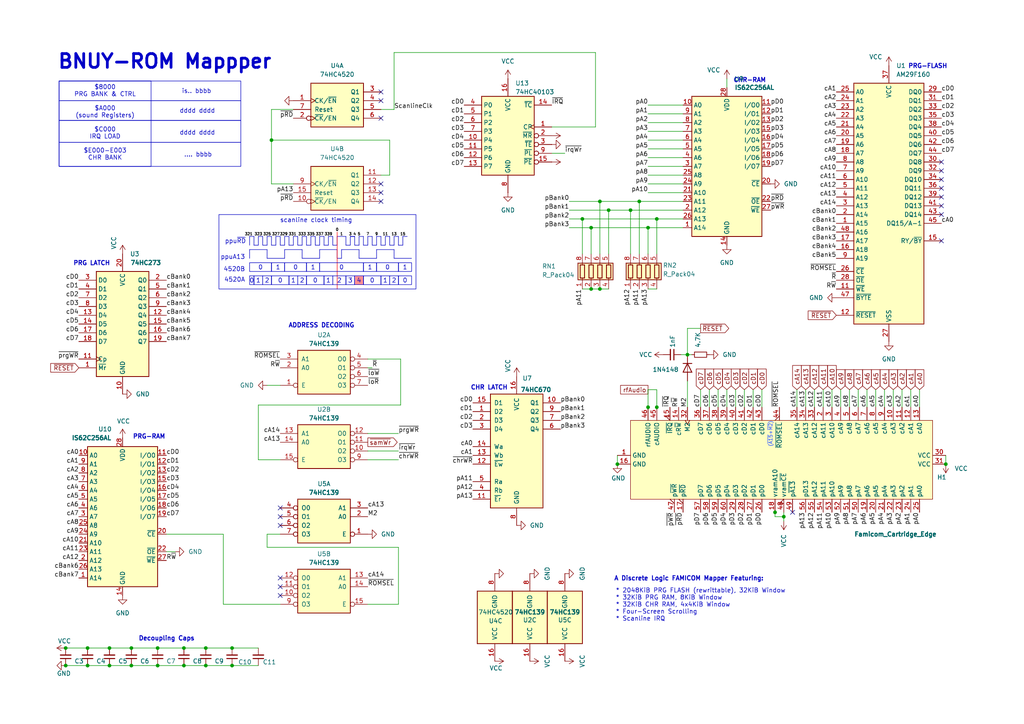
<source format=kicad_sch>
(kicad_sch (version 20250114) (generator "eeschema") (generator_version "9.0")
  (paper "A4")
  (title_block (title "BNUY-ROM Board") (date "2025-06-30") (rev "v0c"))
  (rectangle (start 17.145 34.925) (end 69.85 41.275))
  (rectangle (start 17.145 29.21) (end 69.85 34.925))
  (rectangle (start 63.5 62.23) (end 120.65 83.82))
  (rectangle (start 17.145 41.275) (end 69.85 48.26))
  (rectangle (start 17.145 23.495) (end 69.85 29.21))
  (text "3" (at 101.6 68.072 0) (effects (font (size 0.762 0.762))))
  (text "BNUY-ROM Mappper\n" (at 16.51 20.32 0) (effects (font (size 4 4) (thickness 0.8) (bold yes)) (justify left bottom)))
  (text "335" (at 90.17 68.072 0) (effects (font (size 0.762 0.762))))
  (text "321" (at 72.136 68.072 0) (effects (font (size 0.762 0.762))))
  (text "is.. bbbb" (at 52.705 27.305 0) (effects (font (size 1.27 1.27)) (justify left bottom)))
  (text "* 2048KiB PRG FLASH (rewrittable), 32KiB Window\n* 32KiB PRG RAM, 8KiB Window\n* 32KiB CHR RAM, 4x4KiB Window\n* Four-Screen Scrolling\n* Scanline IRQ" (at 178.562 180.34 0) (effects (font (size 1.27 1.27)) (justify left bottom)))
  (text "325" (at 77.47 68.072 0) (effects (font (size 0.762 0.762))))
  (text "4520B\n" (at 71.12 78.232 0) (effects (font (size 1.27 1.27)) (justify right)))
  (text "ADDRESS DECODING" (at 102.87 95.25 0) (effects (font (size 1.27 1.27) (thickness 0.254) (bold yes)) (justify right bottom)))
  (text "327" (at 80.01 68.072 0) (effects (font (size 0.762 0.762))))
  (text "15" (at 116.84 68.072 0) (effects (font (size 0.762 0.762))))
  (text "339" (at 95.25 68.072 0) (effects (font (size 0.762 0.762))))
  (text "ppuA13\n" (at 71.12 74.676 0) (effects (font (size 1.27 1.27)) (justify right)))
  (text "CHR-RAM\n" (at 222.25 24.13 0) (effects (font (size 1.27 1.27) (thickness 0.254) (bold yes)) (justify right bottom)))
  (text "dddd dddd" (at 52.07 39.37 0) (effects (font (size 1.27 1.27)) (justify left bottom)))
  (text "333" (at 87.63 68.072 0) (effects (font (size 0.762 0.762))))
  (text "337" (at 92.71 68.072 0) (effects (font (size 0.762 0.762))))
  (text ".... bbbb" (at 53.34 45.72 0) (effects (font (size 1.27 1.27)) (justify left bottom)))
  (text "4520A\n" (at 71.12 81.28 0) (effects (font (size 1.27 1.27)) (justify right)))
  (text "PRG-RAM\n" (at 48.006 127.508 0) (effects (font (size 1.27 1.27) (thickness 0.254) (bold yes)) (justify right bottom)))
  (text "4" (at 102.87 68.072 0) (effects (font (size 0.762 0.762) (thickness 0.1524) (bold yes))))
  (text "329" (at 82.296 68.072 0) (effects (font (size 0.762 0.762))))
  (text "dddd dddd" (at 52.07 33.02 0) (effects (font (size 1.27 1.27)) (justify left bottom)))
  (text "CHR LATCH" (at 147.32 113.284 0) (effects (font (size 1.27 1.27) (thickness 0.254) (bold yes)) (justify right bottom)))
  (text "13" (at 114.3 68.072 0) (effects (font (size 0.762 0.762))))
  (text "323" (at 74.93 68.072 0) (effects (font (size 0.762 0.762))))
  (text "5\n" (at 104.14 68.072 0) (effects (font (size 0.762 0.762))))
  (text "A Discrete Logic FAMICOM Mapper Featuring:\n" (at 178.054 168.656 0) (effects (font (size 1.27 1.27) (thickness 0.254) (bold yes)) (justify left bottom)))
  (text "0" (at 97.79 66.802 0) (effects (font (size 0.762 0.762))))
  (text "11" (at 111.76 68.072 0) (effects (font (size 0.762 0.762))))
  (text "Decoupling Caps" (at 56.515 186.055 0) (effects (font (size 1.27 1.27) (thickness 0.254) (bold yes)) (justify right bottom)))
  (text "PRG-FLASH\n\n" (at 274.828 22.098 0) (effects (font (size 1.27 1.27) (thickness 0.254) (bold yes)) (justify right bottom)))
  (text "1\n" (at 99.06 68.072 0) (effects (font (size 0.762 0.762))))
  (text "scanline clock timing" (at 91.694 64.008 0) (effects (font (size 1.27 1.27))))
  (text "PRG LATCH" (at 32.004 77.216 0) (effects (font (size 1.27 1.27) (thickness 0.254) (bold yes)) (justify right bottom)))
  (text "331" (at 84.836 68.072 0) (effects (font (size 0.762 0.762))))
  (text "ppu~{RD}\n" (at 71.374 70.104 0) (effects (font (size 1.27 1.27)) (justify right)))
  (text "7\n" (at 106.68 68.072 0) (effects (font (size 0.762 0.762))))
  (text "9\n" (at 109.22 68.072 0) (effects (font (size 0.762 0.762))))
  (text_box "$8000\nPRG BANK & CTRL\n\n$A000\n(sound Registers)\n\n$C000\nIRQ LOAD\n\n$E000-E003\nCHR BANK" (at 17.145 23.495 0) (size 26.67 24.765) (margins 0.9525 0.9525 0.9525 0.9525) (effects (font (size 1.27 1.27)) (justify top)))
  (text_box "1\n" (at 88.9 76.2 0) (size 3.81 2.54) (margins 0.9525 0.9525 0.9525 0.9525) (effects (font (size 1.27 1.27))))
  (text_box "2" (at 113.03 80.01 0) (size 2.54 2.54) (margins 0.9525 0.9525 0.9525 0.9525) (effects (font (size 1.27 1.27))))
  (text_box "0" (at 78.74 80.01 0) (size 5.08 2.54) (margins 0.9525 0.9525 0.9525 0.9525) (effects (font (size 1.27 1.27))))
  (text_box "0" (at 109.22 76.2 0) (size 6.35 2.54) (margins 0.9525 0.9525 0.9525 0.9525) (effects (font (size 1.27 1.27))))
  (text_box "0" (at 88.9 80.01 0) (size 5.08 2.54) (margins 0.9525 0.9525 0.9525 0.9525) (effects (font (size 1.27 1.27))))
  (text_box "1\n" (at 78.74 76.2 0) (size 3.81 2.54) (margins 0.9525 0.9525 0.9525 0.9525) (effects (font (size 1.27 1.27))))
  (text_box "1\n" (at 73.66 80.01 0) (size 2.54 2.54) (margins 0.9525 0.9525 0.9525 0.9525) (effects (font (size 1.27 1.27))))
  (text_box "4" (at 102.87 80.01 0) (size 2.54 2.54) (margins 0.9525 0.9525 0.9525 0.9525) (fill (type color) (color 255 141 141 1)) (effects (font (size 1.27 1.27))))
  (text_box "2" (at 86.36 80.01 0) (size 2.54 2.54) (margins 0.9525 0.9525 0.9525 0.9525) (effects (font (size 1.27 1.27))))
  (text_box "0" (at 72.39 76.2 0) (size 6.35 2.54) (margins 0.9525 0.9525 0.9525 0.9525) (effects (font (size 1.27 1.27))))
  (text_box "3" (at 100.33 80.01 0) (size 2.54 2.54) (margins 0.9525 0.9525 0.9525 0.9525) (effects (font (size 1.27 1.27))))
  (text_box "0" (at 72.39 80.01 0) (size 1.27 2.54) (margins 0.9525 0.9525 0.9525 0.9525) (effects (font (size 1.27 1.27))))
  (text_box "0" (at 115.57 80.01 0) (size 3.81 2.54) (margins 0.9525 0.9525 0.9525 0.9525) (effects (font (size 1.27 1.27))))
  (text_box "0" (at 92.71 76.2 0) (size 12.7 2.54) (margins 0.9525 0.9525 0.9525 0.9525) (effects (font (size 1.27 1.27))))
  (text_box "1\n" (at 83.82 80.01 0) (size 2.54 2.54) (margins 0.9525 0.9525 0.9525 0.9525) (effects (font (size 1.27 1.27))))
  (text_box "1\n" (at 93.98 80.01 0) (size 2.54 2.54) (margins 0.9525 0.9525 0.9525 0.9525) (effects (font (size 1.27 1.27))))
  (text_box "0" (at 105.41 80.01 0) (size 5.08 2.54) (margins 0.9525 0.9525 0.9525 0.9525) (effects (font (size 1.27 1.27))))
  (text_box "1\n" (at 110.49 80.01 0) (size 2.54 2.54) (margins 0.9525 0.9525 0.9525 0.9525) (effects (font (size 1.27 1.27))))
  (text_box "1\n" (at 105.41 76.2 0) (size 3.81 2.54) (margins 0.9525 0.9525 0.9525 0.9525) (effects (font (size 1.27 1.27))))
  (text_box "0" (at 82.55 76.2 0) (size 6.35 2.54) (margins 0.9525 0.9525 0.9525 0.9525) (effects (font (size 1.27 1.27))))
  (text_box "2" (at 76.2 80.01 0) (size 2.54 2.54) (margins 0.9525 0.9525 0.9525 0.9525) (effects (font (size 1.27 1.27))))
  (text_box "1\n" (at 115.57 76.2 0) (size 3.81 2.54) (margins 0.9525 0.9525 0.9525 0.9525) (effects (font (size 1.27 1.27))))
  (text_box "2" (at 96.52 80.01 0) (size 3.81 2.54) (margins 0.9525 0.9525 0.9525 0.9525) (effects (font (size 1.27 1.27))))
  (junction (at 67.31 187.96))
  (junction (at 53.34 187.96))
  (junction (at 187.96 66.04))
  (junction (at 38.1 187.96))
  (junction (at 185.42 58.42))
  (junction (at 67.31 193.04))
  (junction (at 53.34 193.04))
  (junction (at 59.69 187.96))
  (junction (at 19.05 193.04))
  (junction (at 227.33 149.86))
  (junction (at 59.69 193.04))
  (junction (at 78.74 40.64))
  (junction (at 173.99 83.82))
  (junction (at 190.5 118.11))
  (junction (at 274.32 134.62))
  (junction (at 176.53 60.96))
  (junction (at 25.4 187.96))
  (junction (at 199.39 102.87))
  (junction (at 171.45 83.82))
  (junction (at 168.91 63.5))
  (junction (at 31.75 187.96))
  (junction (at 182.88 60.96))
  (junction (at 224.79 148.59))
  (junction (at 19.05 187.96))
  (junction (at 173.99 58.42))
  (junction (at 25.4 193.04))
  (junction (at 187.96 118.11))
  (junction (at 31.75 193.04))
  (junction (at 38.1 193.04))
  (junction (at 45.72 193.04))
  (junction (at 171.45 66.04))
  (junction (at 190.5 63.5))
  (junction (at 45.72 187.96))
  (junction (at 179.07 134.62))
  (no_connect (at 81.28 152.4))
  (no_connect (at 273.05 57.15))
  (no_connect (at 273.05 49.53))
  (no_connect (at 110.49 29.21))
  (no_connect (at 229.87 148.59))
  (no_connect (at 110.49 53.34))
  (no_connect (at 273.05 46.99))
  (no_connect (at 110.49 55.88))
  (no_connect (at 110.49 58.42))
  (no_connect (at 81.28 149.86))
  (no_connect (at 81.28 172.72))
  (no_connect (at 273.05 62.23))
  (no_connect (at 273.05 52.07))
  (no_connect (at 110.49 26.67))
  (no_connect (at 81.28 170.18))
  (no_connect (at 110.49 34.29))
  (no_connect (at 81.28 147.32))
  (no_connect (at 273.05 54.61))
  (no_connect (at 273.05 69.85))
  (no_connect (at 81.28 167.64))
  (no_connect (at 273.05 59.69))
  (polyline (pts (xy 82.55 74.93) (xy 82.55 72.39)))
  (wire (pts (xy 171.45 66.04) (xy 187.96 66.04)))
  (polyline (pts (xy 115.57 68.58) (xy 115.57 71.12)))
  (wire (pts (xy 208.28 113.03) (xy 208.28 118.11)))
  (polyline (pts (xy 95.25 68.58) (xy 96.52 68.58)))
  (wire (pts (xy 115.57 175.26) (xy 106.68 175.26)))
  (polyline (pts (xy 81.28 68.58) (xy 81.28 71.12)))
  (polyline (pts (xy 72.39 68.58) (xy 73.66 68.58)))
  (polyline (pts (xy 107.95 68.58) (xy 107.95 71.12)))
  (wire (pts (xy 171.45 66.04) (xy 171.45 73.66)))
  (polyline (pts (xy 116.84 71.12) (xy 116.84 68.58)))
  (polyline (pts (xy 77.47 72.39) (xy 77.47 74.93)))
  (wire (pts (xy 165.1 58.42) (xy 173.99 58.42)))
  (polyline (pts (xy 114.3 74.93) (xy 119.38 74.93)))
  (polyline (pts (xy 96.52 68.58) (xy 96.52 71.12)))
  (polyline (pts (xy 88.9 71.12) (xy 90.17 71.12)))
  (polyline (pts (xy 101.6 68.58) (xy 102.87 68.58)))
  (wire (pts (xy 227.33 149.86) (xy 227.33 148.59)))
  (wire (pts (xy 259.08 113.03) (xy 259.08 118.11)))
  (wire (pts (xy 64.77 175.26) (xy 64.77 154.94)))
  (wire (pts (xy 114.3 31.75) (xy 110.49 31.75)))
  (wire (pts (xy 173.99 83.82) (xy 176.53 83.82)))
  (wire (pts (xy 231.14 113.03) (xy 231.14 118.11)))
  (polyline (pts (xy 82.55 71.12) (xy 82.55 68.58)))
  (wire (pts (xy 77.47 158.75) (xy 115.57 158.75)))
  (wire (pts (xy 50.8 160.02) (xy 48.26 160.02)))
  (wire (pts (xy 233.68 113.03) (xy 233.68 118.11)))
  (polyline (pts (xy 83.82 71.12) (xy 85.09 71.12)))
  (wire (pts (xy 190.5 118.745) (xy 190.5 118.11)))
  (wire (pts (xy 78.74 31.75) (xy 85.09 31.75)))
  (wire (pts (xy 227.33 149.86) (xy 224.79 149.86)))
  (wire (pts (xy 59.69 187.96) (xy 67.31 187.96)))
  (polyline (pts (xy 87.63 68.58) (xy 88.9 68.58)))
  (wire (pts (xy 115.57 125.73) (xy 106.68 125.73)))
  (wire (pts (xy 165.1 60.96) (xy 176.53 60.96)))
  (polyline (pts (xy 104.14 72.39) (xy 104.14 74.93)))
  (wire (pts (xy 31.75 193.04) (xy 38.1 193.04)))
  (wire (pts (xy 187.96 45.72) (xy 198.12 45.72)))
  (wire (pts (xy 199.39 110.49) (xy 199.39 118.11)))
  (wire (pts (xy 266.7 113.03) (xy 266.7 118.11)))
  (wire (pts (xy 185.42 58.42) (xy 198.12 58.42)))
  (wire (pts (xy 246.38 113.03) (xy 246.38 118.11)))
  (polyline (pts (xy 95.25 71.12) (xy 95.25 68.58)))
  (wire (pts (xy 236.22 113.03) (xy 236.22 118.11)))
  (wire (pts (xy 115.57 158.75) (xy 115.57 175.26)))
  (wire (pts (xy 113.03 50.8) (xy 110.49 50.8)))
  (wire (pts (xy 53.34 193.04) (xy 59.69 193.04)))
  (wire (pts (xy 187.96 30.48) (xy 198.12 30.48)))
  (polyline (pts (xy 82.55 68.58) (xy 83.82 68.58)))
  (polyline (pts (xy 113.03 68.58) (xy 113.03 71.12)))
  (wire (pts (xy 78.74 40.64) (xy 113.03 40.64)))
  (polyline (pts (xy 73.66 68.58) (xy 73.66 71.12)))
  (polyline (pts (xy 82.55 72.39) (xy 87.63 72.39)))
  (polyline (pts (xy 92.71 68.58) (xy 93.98 68.58)))
  (wire (pts (xy 38.1 187.96) (xy 45.72 187.96)))
  (polyline (pts (xy 72.39 71.12) (xy 72.39 68.58)))
  (wire (pts (xy 171.45 83.82) (xy 173.99 83.82)))
  (wire (pts (xy 172.72 15.24) (xy 172.72 36.83)))
  (polyline (pts (xy 97.79 67.31) (xy 97.79 83.82)) (stroke (width 0) (type solid) (color 255 0 0 1)))
  (wire (pts (xy 31.75 187.96) (xy 38.1 187.96)))
  (wire (pts (xy 116.205 104.14) (xy 106.68 104.14)))
  (polyline (pts (xy 85.09 68.58) (xy 86.36 68.58)))
  (polyline (pts (xy 77.47 71.12) (xy 77.47 68.58)))
  (wire (pts (xy 243.84 113.03) (xy 243.84 118.11)))
  (polyline (pts (xy 81.28 71.12) (xy 82.55 71.12)))
  (wire (pts (xy 224.79 149.86) (xy 224.79 148.59)))
  (polyline (pts (xy 115.57 71.12) (xy 116.84 71.12)))
  (polyline (pts (xy 96.52 71.12) (xy 97.79 71.12)))
  (wire (pts (xy 187.96 43.18) (xy 198.12 43.18)))
  (polyline (pts (xy 78.74 71.12) (xy 80.01 71.12)))
  (wire (pts (xy 187.96 118.745) (xy 187.96 118.11)))
  (polyline (pts (xy 74.93 71.12) (xy 74.93 68.58)))
  (polyline (pts (xy 73.66 71.12) (xy 74.93 71.12)))
  (wire (pts (xy 254 113.03) (xy 254 118.11)))
  (wire (pts (xy 220.98 113.03) (xy 220.98 118.11)))
  (wire (pts (xy 77.47 111.76) (xy 81.28 111.76)))
  (polyline (pts (xy 86.36 71.12) (xy 87.63 71.12)))
  (wire (pts (xy 19.05 193.04) (xy 25.4 193.04)))
  (wire (pts (xy 256.54 113.03) (xy 256.54 118.11)))
  (wire (pts (xy 203.2 95.25) (xy 199.39 95.25)))
  (wire (pts (xy 115.57 130.81) (xy 106.68 130.81)))
  (polyline (pts (xy 87.63 71.12) (xy 87.63 68.58)))
  (wire (pts (xy 78.74 53.34) (xy 85.09 53.34)))
  (wire (pts (xy 64.77 154.94) (xy 48.26 154.94)))
  (wire (pts (xy 168.91 63.5) (xy 190.5 63.5)))
  (wire (pts (xy 205.74 113.03) (xy 205.74 118.11)))
  (wire (pts (xy 187.96 55.88) (xy 198.12 55.88)))
  (wire (pts (xy 199.39 95.25) (xy 199.39 102.87)))
  (polyline (pts (xy 107.95 71.12) (xy 109.22 71.12)))
  (polyline (pts (xy 114.3 71.12) (xy 114.3 68.58)))
  (polyline (pts (xy 111.76 68.58) (xy 113.03 68.58)))
  (wire (pts (xy 224.79 148.59) (xy 224.79 147.955)))
  (wire (pts (xy 238.76 113.03) (xy 238.76 118.11)))
  (wire (pts (xy 261.62 113.03) (xy 261.62 118.11)))
  (polyline (pts (xy 106.68 68.58) (xy 107.95 68.58)))
  (polyline (pts (xy 91.44 68.58) (xy 91.44 71.12)))
  (polyline (pts (xy 87.63 72.39) (xy 87.63 74.93)))
  (polyline (pts (xy 99.06 72.39) (xy 104.14 72.39)))
  (wire (pts (xy 203.2 113.03) (xy 203.2 118.11)))
  (polyline (pts (xy 77.47 74.93) (xy 82.55 74.93)))
  (wire (pts (xy 227.33 151.13) (xy 227.33 149.86)))
  (polyline (pts (xy 92.71 71.12) (xy 92.71 68.58)))
  (wire (pts (xy 185.42 58.42) (xy 185.42 73.66)))
  (wire (pts (xy 187.96 35.56) (xy 198.12 35.56)))
  (wire (pts (xy 251.46 113.03) (xy 251.46 118.11)))
  (wire (pts (xy 165.1 66.04) (xy 171.45 66.04)))
  (polyline (pts (xy 90.17 68.58) (xy 91.44 68.58)))
  (polyline (pts (xy 72.39 74.93) (xy 72.39 72.39)))
  (wire (pts (xy 215.9 113.03) (xy 215.9 118.11)))
  (wire (pts (xy 176.53 60.96) (xy 176.53 73.66)))
  (wire (pts (xy 199.39 102.87) (xy 197.485 102.87)))
  (polyline (pts (xy 102.87 68.58) (xy 102.87 71.12)))
  (wire (pts (xy 187.96 113.03) (xy 190.5 113.03)))
  (wire (pts (xy 74.93 133.35) (xy 81.28 133.35)))
  (wire (pts (xy 210.82 113.03) (xy 210.82 118.11)))
  (polyline (pts (xy 88.9 68.58) (xy 88.9 71.12)))
  (wire (pts (xy 19.05 187.96) (xy 25.4 187.96)))
  (polyline (pts (xy 92.71 72.39) (xy 97.79 72.39)))
  (wire (pts (xy 77.47 154.94) (xy 81.28 154.94)))
  (wire (pts (xy 74.93 133.35) (xy 74.93 117.475)))
  (wire (pts (xy 190.5 118.11) (xy 190.5 113.03)))
  (wire (pts (xy 187.96 66.04) (xy 187.96 73.66)))
  (wire (pts (xy 74.93 117.475) (xy 116.205 117.475)))
  (wire (pts (xy 187.96 118.11) (xy 187.96 113.03)))
  (wire (pts (xy 116.205 117.475) (xy 116.205 104.14)))
  (polyline (pts (xy 100.33 71.12) (xy 101.6 71.12)))
  (polyline (pts (xy 83.82 68.58) (xy 83.82 71.12)))
  (wire (pts (xy 187.96 38.1) (xy 198.12 38.1)))
  (polyline (pts (xy 87.63 74.93) (xy 92.71 74.93)))
  (wire (pts (xy 176.53 60.96) (xy 182.88 60.96)))
  (wire (pts (xy 160.02 36.83) (xy 172.72 36.83)))
  (polyline (pts (xy 100.33 68.58) (xy 100.33 71.12)))
  (polyline (pts (xy 105.41 71.12) (xy 105.41 68.58)))
  (polyline (pts (xy 74.93 68.58) (xy 76.2 68.58)))
  (wire (pts (xy 165.1 63.5) (xy 168.91 63.5)))
  (wire (pts (xy 187.96 48.26) (xy 198.12 48.26)))
  (wire (pts (xy 114.3 15.24) (xy 172.72 15.24)))
  (polyline (pts (xy 102.87 71.12) (xy 104.14 71.12)))
  (polyline (pts (xy 114.3 68.58) (xy 115.57 68.58)))
  (polyline (pts (xy 113.03 71.12) (xy 114.3 71.12)))
  (wire (pts (xy 187.96 50.8) (xy 198.12 50.8)))
  (polyline (pts (xy 85.09 71.12) (xy 85.09 68.58)))
  (polyline (pts (xy 90.17 71.12) (xy 90.17 68.58)))
  (wire (pts (xy 248.92 113.03) (xy 248.92 118.11)))
  (wire (pts (xy 45.72 187.96) (xy 53.34 187.96)))
  (polyline (pts (xy 76.2 68.58) (xy 76.2 71.12)))
  (polyline (pts (xy 97.79 68.58) (xy 100.33 68.58)))
  (polyline (pts (xy 80.01 68.58) (xy 81.28 68.58)))
  (wire (pts (xy 173.99 58.42) (xy 173.99 73.66)))
  (wire (pts (xy 187.96 40.64) (xy 198.12 40.64)))
  (wire (pts (xy 59.69 193.04) (xy 67.31 193.04)))
  (polyline (pts (xy 104.14 74.93) (xy 109.22 74.93)))
  (wire (pts (xy 173.99 58.42) (xy 185.42 58.42)))
  (wire (pts (xy 182.88 60.96) (xy 182.88 73.66)))
  (polyline (pts (xy 97.79 74.93) (xy 99.06 74.93)))
  (wire (pts (xy 179.07 134.62) (xy 179.07 132.08)))
  (polyline (pts (xy 109.22 68.58) (xy 110.49 68.58)))
  (wire (pts (xy 187.96 53.34) (xy 198.12 53.34)))
  (polyline (pts (xy 101.6 71.12) (xy 101.6 68.58)))
  (polyline (pts (xy 92.71 74.93) (xy 92.71 72.39)))
  (polyline (pts (xy 105.41 68.58) (xy 104.14 68.58)))
  (wire (pts (xy 78.74 40.64) (xy 78.74 31.75)))
  (polyline (pts (xy 93.98 71.12) (xy 95.25 71.12)))
  (polyline (pts (xy 109.22 74.93) (xy 109.22 72.39)))
  (wire (pts (xy 187.96 33.02) (xy 198.12 33.02)))
  (polyline (pts (xy 114.3 72.39) (xy 114.3 74.93)))
  (polyline (pts (xy 97.79 72.39) (xy 97.79 74.93)))
  (wire (pts (xy 264.16 113.03) (xy 264.16 118.11)))
  (wire (pts (xy 200.66 102.87) (xy 199.39 102.87)))
  (polyline (pts (xy 78.74 68.58) (xy 78.74 71.12)))
  (wire (pts (xy 38.1 193.04) (xy 45.72 193.04)))
  (polyline (pts (xy 110.49 68.58) (xy 110.49 71.12)))
  (wire (pts (xy 274.32 132.08) (xy 274.32 134.62)))
  (wire (pts (xy 163.83 44.45) (xy 160.02 44.45)))
  (polyline (pts (xy 80.01 71.12) (xy 80.01 68.58)))
  (wire (pts (xy 45.72 193.04) (xy 53.34 193.04)))
  (wire (pts (xy 25.4 187.96) (xy 31.75 187.96)))
  (wire (pts (xy 113.03 50.8) (xy 113.03 40.64)))
  (wire (pts (xy 53.34 187.96) (xy 59.69 187.96)))
  (wire (pts (xy 190.5 63.5) (xy 198.12 63.5)))
  (wire (pts (xy 187.96 83.82) (xy 190.5 83.82)))
  (polyline (pts (xy 109.22 72.39) (xy 114.3 72.39)))
  (wire (pts (xy 78.74 40.64) (xy 78.74 53.34)))
  (wire (pts (xy 67.31 187.96) (xy 74.93 187.96)))
  (polyline (pts (xy 86.36 68.58) (xy 86.36 71.12)))
  (wire (pts (xy 114.3 31.75) (xy 114.3 15.24)))
  (polyline (pts (xy 93.98 68.58) (xy 93.98 71.12)))
  (polyline (pts (xy 77.47 68.58) (xy 78.74 68.58)))
  (wire (pts (xy 115.57 133.35) (xy 106.68 133.35)))
  (polyline (pts (xy 91.44 71.12) (xy 92.71 71.12)))
  (wire (pts (xy 77.47 154.94) (xy 77.47 158.75)))
  (wire (pts (xy 168.91 63.5) (xy 168.91 73.66)))
  (wire (pts (xy 81.28 175.26) (xy 64.77 175.26)))
  (polyline (pts (xy 109.22 71.12) (xy 109.22 68.58)))
  (wire (pts (xy 25.4 193.04) (xy 31.75 193.04)))
  (polyline (pts (xy 97.79 68.58) (xy 97.79 71.12)))
  (polyline (pts (xy 111.76 71.12) (xy 111.76 68.58)))
  (wire (pts (xy 107.95 106.68) (xy 106.68 106.68)))
  (wire (pts (xy 213.36 113.03) (xy 213.36 118.11)))
  (polyline (pts (xy 101.6 68.58) (xy 102.87 68.58)))
  (wire (pts (xy 67.31 193.04) (xy 74.93 193.04)))
  (polyline (pts (xy 104.14 71.12) (xy 104.14 68.58)))
  (polyline (pts (xy 105.41 71.12) (xy 106.68 71.12)))
  (polyline (pts (xy 110.49 71.12) (xy 111.76 71.12)))
  (polyline (pts (xy 99.06 74.93) (xy 99.06 72.39)))
  (polyline (pts (xy 76.2 71.12) (xy 77.47 71.12)))
  (wire (pts (xy 187.96 66.04) (xy 198.12 66.04)))
  (wire (pts (xy 168.91 83.82) (xy 171.45 83.82)))
  (polyline (pts (xy 72.39 72.39) (xy 77.47 72.39)))
  (polyline (pts (xy 116.84 68.58) (xy 118.11 68.58)))
  (wire (pts (xy 218.44 113.03) (xy 218.44 118.11)))
  (wire (pts (xy 241.3 113.03) (xy 241.3 118.11)))
  (wire (pts (xy 182.88 60.96) (xy 198.12 60.96)))
  (wire (pts (xy 190.5 63.5) (xy 190.5 73.66)))
  (polyline (pts (xy 106.68 71.12) (xy 106.68 68.58)))
  (wire (pts (xy 210.82 22.86) (xy 210.82 25.4)))
  (label "cD3" (at 48.26 139.7 0))
  (label "cA1" (at 22.86 134.62 180))
  (label "pD3" (at 223.52 38.1 0))
  (label "cA0" (at 137.16 129.54 180))
  (label "cD3" (at 22.86 88.9 180))
  (label "cD1" (at 137.16 119.38 180))
  (label "~{chrWR}" (at 137.16 134.62 180))
  (label "cD6" (at 22.86 96.52 180))
  (label "cA10" (at 22.86 157.48 180))
  (label "cD7" (at 22.86 99.06 180))
  (label "cA8" (at 242.57 44.45 180))
  (label "cD7" (at 134.62 48.26 180))
  (label "M2" (at 199.39 118.11 90))
  (label "cD4" (at 134.62 40.64 180))
  (label "pBank1" (at 162.56 119.38 0))
  (label "cA7" (at 248.92 118.11 90))
  (label "cA9" (at 242.57 46.99 180))
  (label "~{loW}" (at 106.68 109.22 0))
  (label "pD0" (at 220.98 148.59 270))
  (label "~{irqWr}" (at 115.57 130.81 0))
  (label "pD5" (at 223.52 43.18 0))
  (label "cA14" (at 81.28 125.73 180))
  (label "pA12" (at 182.88 83.82 270))
  (label "~{ROMSEL}" (at 226.06 118.11 90))
  (label "cA4" (at 22.86 142.24 180))
  (label "cA6" (at 22.86 147.32 180))
  (label "pA8" (at 246.38 148.59 270))
  (label "cD2" (at 48.26 137.16 0))
  (label "cBank1" (at 48.26 83.82 0))
  (label "cBank6" (at 48.26 96.52 0))
  (label "pA7" (at 248.92 148.59 270))
  (label "~{chrWR}" (at 115.57 133.35 0))
  (label "cA4" (at 242.57 34.29 180))
  (label "cD4" (at 48.26 142.24 0))
  (label "pBank0" (at 165.1 58.42 180))
  (label "cA8" (at 246.38 118.11 90))
  (label "cA7" (at 242.57 41.91 180))
  (label "cD5" (at 48.26 144.78 0))
  (label "cD5" (at 22.86 93.98 180))
  (label "pA1" (at 264.16 148.59 270))
  (label "pBank3" (at 162.56 124.46 0))
  (label "~{pRD}" (at 198.12 148.59 270))
  (label "cA14" (at 106.68 167.64 0))
  (label "cD2" (at 273.05 31.75 0))
  (label "cD5" (at 208.28 118.11 90))
  (label "cA5" (at 242.57 36.83 180))
  (label "cD7" (at 273.05 44.45 0))
  (label "cA10" (at 241.3 118.11 90))
  (label "~{ROMSEL}" (at 81.28 104.14 180))
  (label "~{IRQ}" (at 160.02 30.48 0))
  (label "pA9" (at 243.84 148.59 270))
  (label "~{prgWR}" (at 115.57 125.73 0))
  (label "cBank4" (at 242.57 72.39 180))
  (label "~{R}" (at 107.95 106.68 0))
  (label "cA2" (at 261.62 118.11 90))
  (label "pA1" (at 187.96 33.02 180))
  (label "pD7" (at 223.52 48.26 0))
  (label "cA13" (at 242.57 57.15 180))
  (label "cA3" (at 259.08 118.11 90))
  (label "pA2" (at 187.96 35.56 180))
  (label "~{irqWr}" (at 163.83 44.45 0))
  (label "~{pWR}" (at 223.52 60.96 0))
  (label "cD1" (at 218.44 118.11 90))
  (label "pBank3" (at 165.1 66.04 180))
  (label "cBank7" (at 22.86 167.64 180))
  (label "~{ROMSEL}" (at 242.57 78.74 180))
  (label "cA0" (at 266.7 118.11 90))
  (label "~{IRQ}" (at 194.31 118.11 90))
  (label "cA5" (at 254 118.11 90))
  (label "~{pRD}" (at 223.52 58.42 0))
  (label "pD1" (at 218.44 148.59 270))
  (label "cD6" (at 205.74 118.11 90))
  (label "cD6" (at 273.05 41.91 0))
  (label "cA14" (at 231.14 118.11 90))
  (label "pA13" (at 85.09 55.88 180))
  (label "cA12" (at 22.86 162.56 180))
  (label "pA3" (at 187.96 38.1 180))
  (label "M2" (at 106.68 149.86 0))
  (label "pA13" (at 187.96 83.82 270))
  (label "cD2" (at 22.86 86.36 180))
  (label "~{R}" (at 242.57 81.28 180))
  (label "cA7" (at 22.86 149.86 180))
  (label "cD0" (at 134.62 30.48 180))
  (label "~{pWR}" (at 195.58 148.59 270))
  (label "pA12" (at 137.16 142.24 180))
  (label "pA4" (at 187.96 40.64 180))
  (label "cA9" (at 22.86 154.94 180))
  (label "pD6" (at 205.74 148.59 270))
  (label "pA10" (at 241.3 148.59 270))
  (label "cD7" (at 48.26 149.86 0))
  (label "cD3" (at 134.62 38.1 180))
  (label "cA2" (at 242.57 29.21 180))
  (label "pA5" (at 254 148.59 270))
  (label "cD0" (at 48.26 132.08 0))
  (label "cA1" (at 137.16 132.08 180))
  (label "cBank3" (at 242.57 69.85 180))
  (label "cD1" (at 273.05 29.21 0))
  (label "cD3" (at 213.36 118.11 90))
  (label "pD0" (at 223.52 30.48 0))
  (label "cD4" (at 273.05 36.83 0))
  (label "pBank0" (at 162.56 116.84 0))
  (label "cA3" (at 242.57 31.75 180))
  (label "cBank2" (at 242.57 67.31 180))
  (label "ScanlineClk" (at 114.3 31.75 0))
  (label "pBank1" (at 165.1 60.96 180))
  (label "cD3" (at 137.16 124.46 180))
  (label "cA14" (at 242.57 59.69 180))
  (label "cD3" (at 273.05 34.29 0))
  (label "cA2" (at 22.86 137.16 180))
  (label "pBank2" (at 165.1 63.5 180))
  (label "cD0" (at 273.05 26.67 0))
  (label "R~{W}" (at 242.57 83.82 180))
  (label "pA2" (at 261.62 148.59 270))
  (label "cD6" (at 48.26 147.32 0))
  (label "cD2" (at 134.62 35.56 180))
  (label "pD4" (at 223.52 40.64 0))
  (label "pA0" (at 266.7 148.59 270))
  (label "pA10" (at 187.96 55.88 180))
  (label "cBank0" (at 242.57 62.23 180))
  (label "~{ROMSEL}" (at 106.68 170.18 0))
  (label "pA4" (at 256.54 148.59 270))
  (label "pA7" (at 187.96 48.26 180))
  (label "~{loR}" (at 106.68 111.76 0))
  (label "cBank3" (at 48.26 88.9 0))
  (label "R~{W}" (at 196.85 118.11 90))
  (label "~{pRD}" (at 85.09 34.29 180))
  (label "cA5" (at 22.86 144.78 180))
  (label "cBank4" (at 48.26 91.44 0))
  (label "pA9" (at 187.96 53.34 180))
  (label "cA12" (at 236.22 118.11 90))
  (label "pD5" (at 208.28 148.59 270))
  (label "cA6" (at 242.57 39.37 180))
  (label "pA13" (at 137.16 144.78 180))
  (label "pD2" (at 223.52 35.56 0))
  (label "cA12" (at 242.57 54.61 180))
  (label "cA3" (at 22.86 139.7 180))
  (label "cA13" (at 106.68 147.32 0))
  (label "pA0" (at 187.96 30.48 180))
  (label "pA12" (at 236.22 148.59 270))
  (label "pA3" (at 259.08 148.59 270))
  (label "cD0" (at 220.98 118.11 90))
  (label "cD1" (at 48.26 134.62 0))
  (label "cA8" (at 22.86 152.4 180))
  (label "pA5" (at 187.96 43.18 180))
  (label "pA11" (at 238.76 148.59 270))
  (label "cA4" (at 256.54 118.11 90))
  (label "cBank1" (at 242.57 64.77 180))
  (label "cA11" (at 22.86 160.02 180))
  (label "cD2" (at 215.9 118.11 90))
  (label "pD3" (at 213.36 148.59 270))
  (label "cD4" (at 210.82 118.11 90))
  (label "pBank2" (at 162.56 121.92 0))
  (label "cD1" (at 134.62 33.02 180))
  (label "cBank5" (at 48.26 93.98 0))
  (label "pD7" (at 203.2 148.59 270))
  (label "pA11" (at 185.42 83.82 270))
  (label "cA1" (at 264.16 118.11 90))
  (label "pD4" (at 210.82 148.59 270))
  (label "cA6" (at 251.46 118.11 90))
  (label "cD2" (at 137.16 121.92 180))
  (label "cD0" (at 137.16 116.84 180))
  (label "cA11" (at 242.57 52.07 180))
  (label "cBank0" (at 48.26 81.28 0))
  (label "cA1" (at 242.57 26.67 180))
  (label "cD6" (at 134.62 45.72 180))
  (label "R~{W}" (at 48.26 162.56 0))
  (label "cA10" (at 242.57 49.53 180))
  (label "pA8" (at 187.96 50.8 180))
  (label "cD0" (at 22.86 81.28 180))
  (label "cBank7" (at 48.26 99.06 0))
  (label "pA11" (at 137.16 139.7 180))
  (label "~{prgWR}" (at 22.86 104.14 180))
  (label "~{pRD}" (at 85.09 58.42 180))
  (label "pA6" (at 187.96 45.72 180))
  (label "R~{W}" (at 81.28 106.68 180))
  (label "pD6" (at 223.52 45.72 0))
  (label "cA11" (at 238.76 118.11 90))
  (label "cD1" (at 22.86 83.82 180))
  (label "cBank5" (at 242.57 74.93 180))
  (label "cD7" (at 203.2 118.11 90))
  (label "cA0" (at 273.05 64.77 0))
  (label "cBank6" (at 22.86 165.1 180))
  (label "cBank2" (at 48.26 86.36 0))
  (label "pA13" (at 233.68 148.59 270))
  (label "cD5" (at 134.62 43.18 180))
  (label "cA13" (at 81.28 128.27 180))
  (label "cD5" (at 273.05 39.37 0))
  (label "cA0" (at 22.86 132.08 180))
  (label "pA11" (at 168.91 83.82 270))
  (label "pA6" (at 251.46 148.59 270))
  (label "cA9" (at 243.84 118.11 90))
  (label "pD1" (at 223.52 33.02 0))
  (label "cD4" (at 22.86 91.44 180))
  (label "cA13" (at 233.68 118.11 90))
  (label "pD2" (at 215.9 148.59 270))
  (global_label "cA4" (shape input) (at 256.54 113.03 90) (property "Intersheetrefs" "${INTERSHEET_REFS}" (effects (hide yes))))
  (global_label "cA0" (shape input) (at 266.7 113.03 90) (property "Intersheetrefs" "${INTERSHEET_REFS}" (effects (hide yes))))
  (global_label "~{RESET}" (shape output) (at 203.2 95.25 0) (property "Intersheetrefs" "${INTERSHEET_REFS}" (effects (hide yes))))
  (global_label "cA1" (shape input) (at 264.16 113.03 90) (property "Intersheetrefs" "${INTERSHEET_REFS}" (effects (hide yes))))
  (global_label "~{samWr}" (shape output) (at 106.68 128.27 0) (property "Intersheetrefs" "${INTERSHEET_REFS}" (effects (hide yes))))
  (global_label "cA5" (shape input) (at 254 113.03 90) (property "Intersheetrefs" "${INTERSHEET_REFS}" (effects (hide yes))))
  (global_label "cA9" (shape input) (at 243.84 113.03 90) (property "Intersheetrefs" "${INTERSHEET_REFS}" (effects (hide yes))))
  (global_label "cD1" (shape input) (at 218.44 113.03 90) (property "Intersheetrefs" "${INTERSHEET_REFS}" (effects (hide yes))))
  (global_label "cA2" (shape input) (at 261.62 113.03 90) (property "Intersheetrefs" "${INTERSHEET_REFS}" (effects (hide yes))))
  (global_label "~{RESET}" (shape input) (at 22.86 106.68 180) (property "Intersheetrefs" "${INTERSHEET_REFS}" (effects (hide yes))))
  (global_label "cA8" (shape input) (at 246.38 113.03 90) (property "Intersheetrefs" "${INTERSHEET_REFS}" (effects (hide yes))))
  (global_label "cA10" (shape input) (at 241.3 113.03 90) (property "Intersheetrefs" "${INTERSHEET_REFS}" (effects (hide yes))))
  (global_label "cA6" (shape input) (at 251.46 113.03 90) (property "Intersheetrefs" "${INTERSHEET_REFS}" (effects (hide yes))))
  (global_label "cD0" (shape input) (at 220.98 113.03 90) (property "Intersheetrefs" "${INTERSHEET_REFS}" (effects (hide yes))))
  (global_label "cA13" (shape input) (at 233.68 113.03 90) (property "Intersheetrefs" "${INTERSHEET_REFS}" (effects (hide yes))))
  (global_label "cD5" (shape input) (at 208.28 113.03 90) (property "Intersheetrefs" "${INTERSHEET_REFS}" (effects (hide yes))))
  (global_label "rfAudio" (shape passive) (at 187.96 113.03 180) (property "Intersheetrefs" "${INTERSHEET_REFS}" (effects (hide yes))))
  (global_label "~{RESET}" (shape input) (at 242.57 91.44 180) (property "Intersheetrefs" "${INTERSHEET_REFS}" (effects (hide yes))))
  (global_label "cA11" (shape input) (at 238.76 113.03 90) (property "Intersheetrefs" "${INTERSHEET_REFS}" (effects (hide yes))))
  (global_label "cA12" (shape input) (at 236.22 113.03 90) (property "Intersheetrefs" "${INTERSHEET_REFS}" (effects (hide yes))))
  (global_label "cD7" (shape input) (at 203.2 113.03 90) (property "Intersheetrefs" "${INTERSHEET_REFS}" (effects (hide yes))))
  (global_label "cD6" (shape input) (at 205.74 113.03 90) (property "Intersheetrefs" "${INTERSHEET_REFS}" (effects (hide yes))))
  (global_label "cD4" (shape input) (at 210.82 113.03 90) (property "Intersheetrefs" "${INTERSHEET_REFS}" (effects (hide yes))))
  (global_label "cD2" (shape input) (at 215.9 113.03 90) (property "Intersheetrefs" "${INTERSHEET_REFS}" (effects (hide yes))))
  (global_label "cD3" (shape input) (at 213.36 113.03 90) (property "Intersheetrefs" "${INTERSHEET_REFS}" (effects (hide yes))))
  (global_label "cA3" (shape input) (at 259.08 113.03 90) (property "Intersheetrefs" "${INTERSHEET_REFS}" (effects (hide yes))))
  (global_label "cA7" (shape input) (at 248.92 113.03 90) (property "Intersheetrefs" "${INTERSHEET_REFS}" (effects (hide yes))))
  (global_label "cA14" (shape input) (at 231.14 113.03 90) (property "Intersheetrefs" "${INTERSHEET_REFS}" (effects (hide yes))))
  (symbol (lib_name "4520_2") (lib_id "4xxx:4520") (at 97.79 53.34 0) (unit 2)
    (property "Reference" "U4" (at 97.79 43.18 0))
    (property "Value" "74HC4520" (at 97.79 45.72 0))
    (property "Footprint" "Package_SO:SOIC-16_3.9x9.9mm_P1.27mm" (effects (hide yes)))
    (property "Datasheet" "http://www.intersil.com/content/dam/Intersil/documents/cd45/cd4518bms-20bms.pdf" (effects (hide yes)))
    (property "Description" "Dual Binary Up-Counter" (effects (hide yes)))
  )
  (symbol (lib_id "Memory_Flash:AM29F400Bx-xxEx") (at 257.81 57.15 0) (unit 1)
    (property "Reference" "U1" (at 259.9533 19.05 0) (effects (justify left)))
    (property "Value" "AM29F160" (at 259.9533 21.59 0) (effects (justify left)))
    (property "Footprint" "Package_SO:TSOP-I-48_18.4x12mm_P0.5mm" (effects (hide yes)))
    (property "Datasheet" "https://www.mouser.com/datasheet/2/380/AM29F400B_EOL_21505e8-9219.pdf" (effects (hide yes)))
    (property "Description" "4-Mbit (512k x 8-bit / 256k x 16-bit) CMOS 5.0 Volt-only Boot Sector Flash Memory, TSOP-48" (effects (hide yes)))
  )
  (symbol (lib_id "power:GND") (at 205.74 102.87 90) (unit 1)
    (property "Reference" "#PWR045" (effects (hide yes)))
    (property "Value" "GND" (at 209.55 102.87 90) (effects (justify right)))
  )
  (symbol (lib_id "Device:C_Small") (at 53.34 190.5 0) (mirror x) (unit 1)
    (property "Reference" "C8" (at 55.88 191.7637 0) (effects (justify left)))
    (property "Value" "C_Small" (effects (hide yes)))
    (property "Footprint" "Capacitor_SMD:C_0603_1608Metric_Pad1.08x0.95mm_HandSolder" (effects (hide yes)))
  )
  (symbol (lib_id "74xx:74LS139") (at 93.98 128.27 0) (unit 2)
    (property "Reference" "U2" (at 93.98 118.745 0))
    (property "Value" "74HC139" (at 93.98 121.285 0) (effects (font (thickness 0.254) (bold yes))))
    (property "Footprint" "Package_SO:SOIC-16_3.9x9.9mm_P1.27mm" (effects (hide yes)))
    (property "Datasheet" "http://www.ti.com/lit/ds/symlink/sn74ls139a.pdf" (effects (hide yes)))
  )
  (symbol (lib_id "74xx:74LS139") (at 93.98 170.18 0) (mirror y) (unit 2)
    (property "Reference" "U5" (at 93.98 160.655 0))
    (property "Value" "74HC139" (at 93.98 163.195 0) (effects (font (thickness 0.254) (bold yes))))
    (property "Footprint" "Package_SO:SOIC-16_3.9x9.9mm_P1.27mm" (effects (hide yes)))
    (property "Datasheet" "http://www.ti.com/lit/ds/symlink/sn74ls139a.pdf" (effects (hide yes)))
  )
  (symbol (lib_id "power:GND") (at 257.81 99.06 0) (unit 1)
    (property "Reference" "#PWR030" (effects (hide yes)))
    (property "Value" "GND" (at 257.81 104.14 0))
  )
  (symbol (lib_id "power:VCC") (at 143.51 191.77 270) (mirror x) (unit 1)
    (property "Reference" "#PWR055" (effects (hide yes)))
    (property "Value" "VCC" (at 145.796 193.802 90) (effects (justify right)))
  )
  (symbol (lib_name "GND_1") (lib_id "power:GND") (at 242.57 86.36 270) (unit 1)
    (property "Reference" "#PWR013" (effects (hide yes)))
    (property "Value" "GND" (at 238.76 86.3599 90) (effects (justify right)))
    (property "Description" "Power symbol creates a global label with name \"GND\" , ground" (effects (hide yes)))
  )
  (symbol (lib_id "power:VCC") (at 35.56 127 0) (unit 1)
    (property "Reference" "#PWR024" (effects (hide yes)))
    (property "Value" "VCC" (at 35.814 122.174 0))
  )
  (symbol (lib_id "power:GND") (at 106.68 154.94 90) (unit 1)
    (property "Reference" "#PWR032" (effects (hide yes)))
    (property "Value" "GND" (at 110.49 154.9399 90) (effects (justify right)))
  )
  (symbol (lib_id "Device:C_Small") (at 19.05 190.5 0) (mirror x) (unit 1)
    (property "Reference" "C3" (at 21.59 191.7637 0) (effects (justify left)))
    (property "Value" "C_Small" (effects (hide yes)))
    (property "Footprint" "Capacitor_SMD:C_0603_1608Metric_Pad1.08x0.95mm_HandSolder" (effects (hide yes)))
  )
  (symbol (lib_id "power:GND") (at 153.67 166.37 90) (unit 1)
    (property "Reference" "#PWR03" (effects (hide yes)))
    (property "Value" "GND" (at 158.75 166.37 0))
  )
  (symbol (lib_id "power:GND") (at 35.56 172.72 0) (unit 1)
    (property "Reference" "#PWR028" (effects (hide yes)))
    (property "Value" "GND" (at 35.56 177.8 0))
  )
  (symbol (lib_id "power:GND") (at 210.82 71.12 0) (unit 1)
    (property "Reference" "#PWR018" (effects (hide yes)))
    (property "Value" "GND" (at 210.82 76.2 0))
  )
  (symbol (lib_id "Device:C_Small") (at 45.72 190.5 0) (mirror x) (unit 1)
    (property "Reference" "C7" (at 48.26 191.7637 0) (effects (justify left)))
    (property "Value" "C_Small" (effects (hide yes)))
    (property "Footprint" "Capacitor_SMD:C_0603_1608Metric_Pad1.08x0.95mm_HandSolder" (effects (hide yes)))
  )
  (symbol (lib_id "Memory_RAM:IS62C256AL") (at 210.82 48.26 0) (unit 1)
    (property "Reference" "U9" (at 212.9633 22.86 0) (effects (justify left)))
    (property "Value" "IS62C256AL" (at 212.9633 25.4 0) (effects (font (thickness 0.254) (bold yes)) (justify left)))
    (property "Footprint" "Footprint:TSOP-I-28_11.8x8mm_P0.55mm_MiddlePin" (effects (hide yes)))
    (property "Datasheet" "https://www.issi.com/WW/pdf/62-65C256AL.pdf" (effects (hide yes)))
    (property "Description" "32Kx8 bit Low Power CMOS Static RAM, 25/45ns" (effects (hide yes)))
  )
  (symbol (lib_id "74xx:74LS139") (at 93.98 149.86 0) (mirror y) (unit 1)
    (property "Reference" "U5" (at 93.98 140.335 0))
    (property "Value" "74HC139" (at 93.98 142.875 0) (effects (font (thickness 0.254) (bold yes))))
    (property "Footprint" "Package_SO:SOIC-16_3.9x9.9mm_P1.27mm" (effects (hide yes)))
    (property "Datasheet" "http://www.ti.com/lit/ds/symlink/sn74ls139a.pdf" (effects (hide yes)))
  )
  (symbol (lib_name "GND_2") (lib_id "power:GND") (at 85.09 29.21 270) (unit 1)
    (property "Reference" "#PWR053" (effects (hide yes)))
    (property "Value" "GND" (effects (hide yes)))
    (property "Description" "Power symbol creates a global label with name \"GND\" , ground" (effects (hide yes)))
  )
  (symbol (lib_id "Device:C_Small") (at 59.69 190.5 0) (mirror x) (unit 1)
    (property "Reference" "C9" (at 62.23 191.7637 0) (effects (justify left)))
    (property "Value" "C_Small" (effects (hide yes)))
    (property "Footprint" "Capacitor_SMD:C_0603_1608Metric_Pad1.08x0.95mm_HandSolder" (effects (hide yes)))
  )
  (symbol (lib_id "Memory_RAM:IS62C256AL") (at 35.56 149.86 0) (unit 1)
    (property "Reference" "U10" (at 32.4419 124.46 0) (effects (justify right)))
    (property "Value" "IS62C256AL" (at 32.4419 127 0) (effects (font (thickness 0.254) (bold yes)) (justify right)))
    (property "Footprint" "Footprint:TSOP-I-28_11.8x8mm_P0.55mm_MiddlePin" (effects (hide yes)))
    (property "Datasheet" "https://www.issi.com/WW/pdf/62-65C256AL.pdf" (effects (hide yes)))
    (property "Description" "32Kx8 bit Low Power CMOS Static RAM, 25/45ns" (effects (hide yes)))
  )
  (symbol (lib_name "4520_1") (lib_id "4xxx:4520") (at 97.79 29.21 0) (unit 1)
    (property "Reference" "U4" (at 97.79 19.05 0))
    (property "Value" "74HC4520" (at 97.79 21.59 0))
    (property "Footprint" "Package_SO:SOIC-16_3.9x9.9mm_P1.27mm" (effects (hide yes)))
    (property "Datasheet" "http://www.intersil.com/content/dam/Intersil/documents/cd45/cd4518bms-20bms.pdf" (effects (hide yes)))
    (property "Description" "Dual Binary Up-Counter" (effects (hide yes)))
  )
  (symbol (lib_id "power:GND") (at 77.47 111.76 270) (unit 1)
    (property "Reference" "#PWR04" (effects (hide yes)))
    (property "Value" "GND" (at 73.66 111.76 90) (effects (justify right)))
  )
  (symbol (lib_id "74xx:74LS139") (at 163.83 179.07 180) (unit 3)
    (property "Reference" "U5" (at 163.83 179.832 0))
    (property "Value" "74HC139" (at 163.83 177.546 0) (effects (font (thickness 0.254) (bold yes))))
    (property "Footprint" "Package_SO:SOIC-16_3.9x9.9mm_P1.27mm" (effects (hide yes)))
    (property "Datasheet" "http://www.ti.com/lit/ds/symlink/sn74ls139a.pdf" (effects (hide yes)))
  )
  (symbol (lib_id "Famicom:Famicom_Cartridge_Edge") (at 179.07 116.84 270) (unit 1)
    (property "Reference" "H1" (at 271.78 138.43 90) (effects (justify left)))
    (property "Value" "Famicom_Cartridge_Edge" (at 247.65 154.94 90) (effects (font (thickness 0.254) (bold yes)) (justify left)))
    (property "Footprint" "famicom:Famicom Cartridge Edge Connector (long legs)" (effects (hide yes)))
  )
  (symbol (lib_id "power:VCC") (at 149.86 109.22 0) (unit 1)
    (property "Reference" "#PWR010" (effects (hide yes)))
    (property "Value" "VCC" (at 147.32 104.14 90) (effects (justify right)))
  )
  (symbol (lib_name "VCC_2") (lib_id "power:VCC") (at 160.02 39.37 270) (unit 1)
    (property "Reference" "#PWR022" (effects (hide yes)))
    (property "Value" "VCC" (effects (hide yes)))
    (property "Description" "Power symbol creates a global label with name \"VCC\"" (effects (hide yes)))
  )
  (symbol (lib_id "Device:C_Small") (at 31.75 190.5 0) (mirror x) (unit 1)
    (property "Reference" "C5" (at 34.29 191.7637 0) (effects (justify left)))
    (property "Value" "C_Small" (effects (hide yes)))
    (property "Footprint" "Capacitor_SMD:C_0603_1608Metric_Pad1.08x0.95mm_HandSolder" (effects (hide yes)))
  )
  (symbol (lib_id "power:VCC") (at 153.67 191.77 270) (unit 1)
    (property "Reference" "#PWR05" (effects (hide yes)))
    (property "Value" "VCC" (at 158.75 191.77 0))
  )
  (symbol (lib_id "power:VCC") (at 19.05 187.96 90) (mirror x) (unit 1)
    (property "Reference" "#PWR040" (effects (hide yes)))
    (property "Value" "VCC" (at 16.764 185.928 90) (effects (justify right)))
  )
  (symbol (lib_id "power:VCC") (at 274.32 134.62 180) (unit 1)
    (property "Reference" "#PWR02" (effects (hide yes)))
    (property "Value" "VCC" (at 276.86 135.8899 0) (effects (justify right)))
  )
  (symbol (lib_id "power:GND") (at 179.07 134.62 0) (unit 1)
    (property "Reference" "#PWR01" (effects (hide yes)))
    (property "Value" "GND" (at 177.292 138.684 0) (effects (justify left)))
  )
  (symbol (lib_id "Device:C_Small") (at 25.4 190.5 0) (mirror x) (unit 1)
    (property "Reference" "C4" (at 27.94 191.7637 0) (effects (justify left)))
    (property "Value" "C_Small" (effects (hide yes)))
    (property "Footprint" "Capacitor_SMD:C_0603_1608Metric_Pad1.08x0.95mm_HandSolder" (effects (hide yes)))
  )
  (symbol (lib_id "power:GND") (at 35.56 114.3 90) (unit 1)
    (property "Reference" "#PWR027" (effects (hide yes)))
    (property "Value" "GND" (at 39.37 114.2999 90) (effects (justify right)))
  )
  (symbol (lib_id "power:VCC") (at 35.56 73.66 0) (unit 1)
    (property "Reference" "#PWR026" (effects (hide yes)))
    (property "Value" "VCC" (at 33.02 72.39 90) (effects (justify left)))
  )
  (symbol (lib_id "power:GND") (at 19.05 193.04 270) (mirror x) (unit 1)
    (property "Reference" "#PWR039" (effects (hide yes)))
    (property "Value" "GND" (at 20.574 195.326 90) (effects (justify right)))
  )
  (symbol (lib_id "74xxEX:74HC40103") (at 147.32 39.37 0) (unit 1)
    (property "Reference" "U13" (at 149.4633 24.13 0) (effects (justify left)))
    (property "Value" "74HC40103" (at 149.4633 26.67 0) (effects (justify left)))
    (property "Footprint" "Package_SO:SOIC-16_3.9x9.9mm_P1.27mm" (effects (hide yes)))
    (property "Datasheet" "https://www.ti.com/lit/ds/symlink/cd74hc40103.pdf" (effects (hide yes)))
    (property "Description" "8-Stage Synchronous Down Counter" (effects (hide yes)))
  )
  (symbol (lib_id "Device:C_Small") (at 74.93 190.5 0) (mirror x) (unit 1)
    (property "Reference" "C11" (at 76.2 192.024 0) (effects (justify left)))
    (property "Value" "C_Small" (effects (hide yes)))
    (property "Footprint" "Capacitor_SMD:C_0603_1608Metric_Pad1.08x0.95mm_HandSolder" (effects (hide yes)))
  )
  (symbol (lib_id "74xx:74LS139") (at 153.67 179.07 180) (unit 3)
    (property "Reference" "U2" (at 153.67 179.832 0))
    (property "Value" "74HC139" (at 153.67 177.546 0) (effects (font (thickness 0.254) (bold yes))))
    (property "Footprint" "Package_SO:SOIC-16_3.9x9.9mm_P1.27mm" (effects (hide yes)))
    (property "Datasheet" "http://www.ti.com/lit/ds/symlink/sn74ls139a.pdf" (effects (hide yes)))
  )
  (symbol (lib_id "power:GND") (at 163.83 166.37 90) (unit 1)
    (property "Reference" "#PWR014" (effects (hide yes)))
    (property "Value" "GND" (at 168.91 166.37 0))
  )
  (symbol (lib_id "Device:R_Small") (at 203.2 102.87 270) (unit 1)
    (property "Reference" "R1" (effects (hide yes)))
    (property "Value" "4.7K" (at 202.438 100.838 0) (effects (justify right)))
    (property "Footprint" "PCM_Resistor_SMD_AKL:R_0603_1608Metric_Pad1.05x0.95mm_HandSolder" (effects (hide yes)))
  )
  (symbol (lib_name "GND_4") (lib_id "power:GND") (at 147.32 55.88 0) (unit 1)
    (property "Reference" "#PWR011" (effects (hide yes)))
    (property "Value" "GND" (at 147.32 60.96 0))
    (property "Description" "Power symbol creates a global label with name \"GND\" , ground" (effects (hide yes)))
  )
  (symbol (lib_id "Diode:1N4148") (at 199.39 106.68 270) (unit 1)
    (property "Reference" "D1" (effects (hide yes)))
    (property "Value" "1N4148" (at 196.85 107.188 90) (effects (justify right)))
    (property "Footprint" "Diode_SMD:D_0603_1608Metric_Pad1.05x0.95mm_HandSolder" (effects (hide yes)))
    (property "Datasheet" "https://assets.nexperia.com/documents/data-sheet/1N4148_1N4448.pdf" (effects (hide yes)))
    (property "Sim.Device" "D" (effects (hide yes)))
    (property "Sim.Pins" "1=K 2=A" (effects (hide yes)))
  )
  (symbol (lib_id "power:GND") (at 149.86 152.4 90) (unit 1)
    (property "Reference" "#PWR09" (effects (hide yes)))
    (property "Value" "GND" (at 153.67 152.3999 90) (effects (justify right)))
  )
  (symbol (lib_name "VCC_2") (lib_id "power:VCC") (at 160.02 46.99 270) (unit 1)
    (property "Reference" "#PWR020" (effects (hide yes)))
    (property "Value" "VCC" (effects (hide yes)))
    (property "Description" "Power symbol creates a global label with name \"VCC\"" (effects (hide yes)))
  )
  (symbol (lib_id "74xx:74LS670") (at 149.86 129.54 0) (unit 1)
    (property "Reference" "U7" (at 152.9079 109.728 0))
    (property "Value" "74HC670" (at 155.448 113.03 0) (effects (font (thickness 0.254) (bold yes))))
    (property "Footprint" "Package_SO:SOIC-16_3.9x9.9mm_P1.27mm" (effects (hide yes)))
    (property "Datasheet" "http://www.ti.com/lit/gpn/sn74LS670" (effects (hide yes)))
  )
  (symbol (lib_id "power:VCC") (at 227.33 151.13 180) (unit 1)
    (property "Reference" "#PWR012" (effects (hide yes)))
    (property "Value" "VCC" (at 227.33 154.94 90) (effects (justify left)))
  )
  (symbol (lib_id "4xxx:4520") (at 143.51 179.07 180) (unit 3)
    (property "Reference" "U4" (at 143.764 180.086 0))
    (property "Value" "74HC4520" (at 143.764 177.546 0))
    (property "Footprint" "Package_SO:SOIC-16_3.9x9.9mm_P1.27mm" (effects (hide yes)))
    (property "Datasheet" "http://www.intersil.com/content/dam/Intersil/documents/cd45/cd4518bms-20bms.pdf" (effects (hide yes)))
    (property "Description" "Dual Binary Up-Counter" (effects (hide yes)))
  )
  (symbol (lib_id "Device:R_Pack04") (at 187.96 78.74 0) (unit 1)
    (property "Reference" "RN2" (at 192.278 76.962 0) (effects (justify left)))
    (property "Value" "R_Pack04" (at 192.278 79.502 0) (effects (justify left)))
    (property "Footprint" "PCM_Resistor_SMD_AKL:R_Array_Convex_4x0603" (effects (hide yes)))
    (property "Description" "4 resistor network, parallel topology" (effects (hide yes)))
  )
  (symbol (lib_id "74xx:74LS273") (at 35.56 93.98 0) (unit 1)
    (property "Reference" "U3" (at 37.7033 73.66 0) (effects (justify left)))
    (property "Value" "74HC273" (at 37.7033 76.2 0) (effects (font (thickness 0.254) (bold yes)) (justify left)))
    (property "Footprint" "Package_SO:SOIC-20W_7.5x12.8mm_P1.27mm" (effects (hide yes)))
    (property "Datasheet" "http://www.ti.com/lit/gpn/sn74LS273" (effects (hide yes)))
    (property "Description" "8-bit D Flip-Flop, reset" (effects (hide yes)))
  )
  (symbol (lib_id "Device:C_Small") (at 194.945 102.87 270) (unit 1)
    (property "Reference" "C1" (effects (hide yes)))
    (property "Value" "1nF" (at 195.072 100.838 0) (effects (justify right)))
    (property "Footprint" "PCM_Capacitor_SMD_AKL:C_0603_1608Metric_Pad1.08x0.95mm_HandSolder" (effects (hide yes)))
  )
  (symbol (lib_id "power:GND") (at 223.52 53.34 90) (unit 1)
    (property "Reference" "#PWR034" (effects (hide yes)))
    (property "Value" "GND" (at 227.33 53.34 90) (effects (justify right)))
  )
  (symbol (lib_name "GND_2") (lib_id "power:GND") (at 143.51 166.37 90) (unit 1)
    (property "Reference" "#PWR054" (effects (hide yes)))
    (property "Value" "GND" (effects (hide yes)))
    (property "Description" "Power symbol creates a global label with name \"GND\" , ground" (effects (hide yes)))
  )
  (symbol (lib_id "power:GND") (at 50.8 160.02 90) (unit 1)
    (property "Reference" "#PWR031" (effects (hide yes)))
    (property "Value" "GND" (at 54.61 160.0199 90) (effects (justify right)))
  )
  (symbol (lib_id "Device:C_Small") (at 38.1 190.5 0) (mirror x) (unit 1)
    (property "Reference" "C6" (at 40.64 191.7637 0) (effects (justify left)))
    (property "Value" "C_Small" (effects (hide yes)))
    (property "Footprint" "Capacitor_SMD:C_0603_1608Metric_Pad1.08x0.95mm_HandSolder" (effects (hide yes)))
  )
  (symbol (lib_name "VCC_3") (lib_id "power:VCC") (at 147.32 22.86 0) (unit 1)
    (property "Reference" "#PWR08" (effects (hide yes)))
    (property "Value" "VCC" (at 147.32 17.78 0))
    (property "Description" "Power symbol creates a global label with name \"VCC\"" (effects (hide yes)))
  )
  (symbol (lib_id "Device:R_Pack04") (at 173.99 78.74 0) (unit 1)
    (property "Reference" "RN1" (at 157.226 77.216 0) (effects (justify left)))
    (property "Value" "R_Pack04" (at 157.226 79.756 0) (effects (justify left)))
    (property "Footprint" "PCM_Resistor_SMD_AKL:R_Array_Convex_4x0603" (effects (hide yes)))
    (property "Description" "4 resistor network, parallel topology" (effects (hide yes)))
  )
  (symbol (lib_id "74xx:74LS139") (at 93.98 106.68 0) (unit 1)
    (property "Reference" "U2" (at 93.98 97.155 0))
    (property "Value" "74HC139" (at 93.98 99.695 0) (effects (font (thickness 0.254) (bold yes))))
    (property "Footprint" "Package_SO:SOIC-16_3.9x9.9mm_P1.27mm" (effects (hide yes)))
    (property "Datasheet" "http://www.ti.com/lit/ds/symlink/sn74ls139a.pdf" (effects (hide yes)))
  )
  (symbol (lib_id "power:VCC") (at 163.83 191.77 270) (unit 1)
    (property "Reference" "#PWR015" (effects (hide yes)))
    (property "Value" "VCC" (at 168.91 191.77 0))
  )
  (symbol (lib_id "power:VCC") (at 210.82 22.86 0) (unit 1)
    (property "Reference" "#PWR019" (effects (hide yes)))
    (property "Value" "VCC" (at 207.01 20.32 0))
  )
  (symbol (lib_id "Device:C_Small") (at 67.31 190.5 0) (mirror x) (unit 1)
    (property "Reference" "C10" (at 69.088 192.024 0) (effects (justify left)))
    (property "Value" "C_Small" (effects (hide yes)))
    (property "Footprint" "Capacitor_SMD:C_0603_1608Metric_Pad1.08x0.95mm_HandSolder" (effects (hide yes)))
  )
  (symbol (lib_id "power:VCC") (at 257.81 19.05 0) (unit 1)
    (property "Reference" "#PWR029" (effects (hide yes)))
    (property "Value" "VCC" (at 254 16.51 0))
  )
  (symbol (lib_id "power:VCC") (at 192.405 102.87 90) (unit 1)
    (property "Reference" "#PWR046" (effects (hide yes)))
    (property "Value" "VCC" (at 189.23 102.87 90) (effects (justify left)))
  )
  (symbol (lib_name "GND_3") (lib_id "power:GND") (at 160.02 41.91 90) (unit 1)
    (property "Reference" "#PWR021" (effects (hide yes)))
    (property "Value" "GND" (effects (hide yes)))
    (property "Description" "Power symbol creates a global label with name \"GND\" , ground" (effects (hide yes)))
  )
)
</source>
